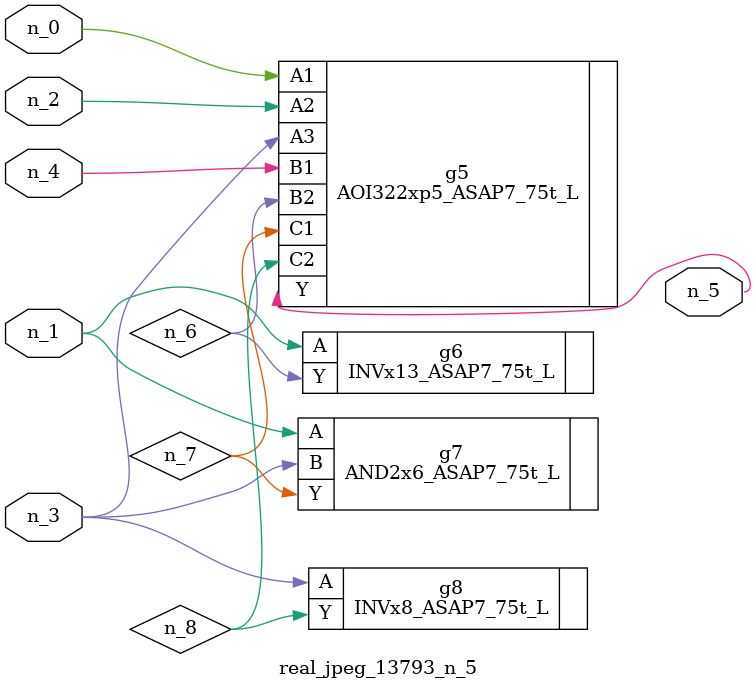
<source format=v>
module real_jpeg_13793_n_5 (n_4, n_0, n_1, n_2, n_3, n_5);

input n_4;
input n_0;
input n_1;
input n_2;
input n_3;

output n_5;

wire n_8;
wire n_6;
wire n_7;

AOI322xp5_ASAP7_75t_L g5 ( 
.A1(n_0),
.A2(n_2),
.A3(n_3),
.B1(n_4),
.B2(n_6),
.C1(n_7),
.C2(n_8),
.Y(n_5)
);

INVx13_ASAP7_75t_L g6 ( 
.A(n_1),
.Y(n_6)
);

AND2x6_ASAP7_75t_L g7 ( 
.A(n_1),
.B(n_3),
.Y(n_7)
);

INVx8_ASAP7_75t_L g8 ( 
.A(n_3),
.Y(n_8)
);


endmodule
</source>
